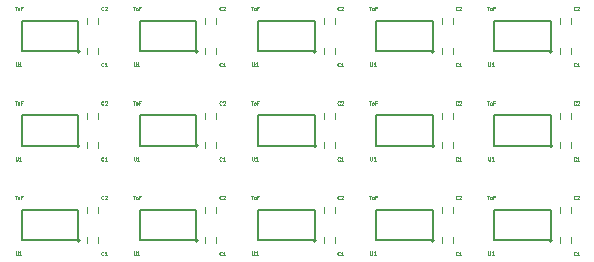
<source format=gbr>
G04 #@! TF.FileFunction,Legend,Top*
%FSLAX46Y46*%
G04 Gerber Fmt 4.6, Leading zero omitted, Abs format (unit mm)*
G04 Created by KiCad (PCBNEW 4.0.7-e2-6376~58~ubuntu16.04.1) date Wed Aug  1 08:34:46 2018*
%MOMM*%
%LPD*%
G01*
G04 APERTURE LIST*
%ADD10C,0.100000*%
%ADD11C,0.075000*%
%ADD12C,0.120000*%
%ADD13C,0.150000*%
G04 APERTURE END LIST*
D10*
D11*
X112450000Y-63760714D02*
X112621429Y-63760714D01*
X112535715Y-64060714D02*
X112535715Y-63760714D01*
X112764286Y-64060714D02*
X112735714Y-64046429D01*
X112721429Y-64032143D01*
X112707143Y-64003571D01*
X112707143Y-63917857D01*
X112721429Y-63889286D01*
X112735714Y-63875000D01*
X112764286Y-63860714D01*
X112807143Y-63860714D01*
X112835714Y-63875000D01*
X112850000Y-63889286D01*
X112864286Y-63917857D01*
X112864286Y-64003571D01*
X112850000Y-64032143D01*
X112835714Y-64046429D01*
X112807143Y-64060714D01*
X112764286Y-64060714D01*
X113092858Y-63903571D02*
X112992858Y-63903571D01*
X112992858Y-64060714D02*
X112992858Y-63760714D01*
X113135715Y-63760714D01*
X102450000Y-63760714D02*
X102621429Y-63760714D01*
X102535715Y-64060714D02*
X102535715Y-63760714D01*
X102764286Y-64060714D02*
X102735714Y-64046429D01*
X102721429Y-64032143D01*
X102707143Y-64003571D01*
X102707143Y-63917857D01*
X102721429Y-63889286D01*
X102735714Y-63875000D01*
X102764286Y-63860714D01*
X102807143Y-63860714D01*
X102835714Y-63875000D01*
X102850000Y-63889286D01*
X102864286Y-63917857D01*
X102864286Y-64003571D01*
X102850000Y-64032143D01*
X102835714Y-64046429D01*
X102807143Y-64060714D01*
X102764286Y-64060714D01*
X103092858Y-63903571D02*
X102992858Y-63903571D01*
X102992858Y-64060714D02*
X102992858Y-63760714D01*
X103135715Y-63760714D01*
X92450000Y-63760714D02*
X92621429Y-63760714D01*
X92535715Y-64060714D02*
X92535715Y-63760714D01*
X92764286Y-64060714D02*
X92735714Y-64046429D01*
X92721429Y-64032143D01*
X92707143Y-64003571D01*
X92707143Y-63917857D01*
X92721429Y-63889286D01*
X92735714Y-63875000D01*
X92764286Y-63860714D01*
X92807143Y-63860714D01*
X92835714Y-63875000D01*
X92850000Y-63889286D01*
X92864286Y-63917857D01*
X92864286Y-64003571D01*
X92850000Y-64032143D01*
X92835714Y-64046429D01*
X92807143Y-64060714D01*
X92764286Y-64060714D01*
X93092858Y-63903571D02*
X92992858Y-63903571D01*
X92992858Y-64060714D02*
X92992858Y-63760714D01*
X93135715Y-63760714D01*
X82450000Y-63760714D02*
X82621429Y-63760714D01*
X82535715Y-64060714D02*
X82535715Y-63760714D01*
X82764286Y-64060714D02*
X82735714Y-64046429D01*
X82721429Y-64032143D01*
X82707143Y-64003571D01*
X82707143Y-63917857D01*
X82721429Y-63889286D01*
X82735714Y-63875000D01*
X82764286Y-63860714D01*
X82807143Y-63860714D01*
X82835714Y-63875000D01*
X82850000Y-63889286D01*
X82864286Y-63917857D01*
X82864286Y-64003571D01*
X82850000Y-64032143D01*
X82835714Y-64046429D01*
X82807143Y-64060714D01*
X82764286Y-64060714D01*
X83092858Y-63903571D02*
X82992858Y-63903571D01*
X82992858Y-64060714D02*
X82992858Y-63760714D01*
X83135715Y-63760714D01*
X72450000Y-63760714D02*
X72621429Y-63760714D01*
X72535715Y-64060714D02*
X72535715Y-63760714D01*
X72764286Y-64060714D02*
X72735714Y-64046429D01*
X72721429Y-64032143D01*
X72707143Y-64003571D01*
X72707143Y-63917857D01*
X72721429Y-63889286D01*
X72735714Y-63875000D01*
X72764286Y-63860714D01*
X72807143Y-63860714D01*
X72835714Y-63875000D01*
X72850000Y-63889286D01*
X72864286Y-63917857D01*
X72864286Y-64003571D01*
X72850000Y-64032143D01*
X72835714Y-64046429D01*
X72807143Y-64060714D01*
X72764286Y-64060714D01*
X73092858Y-63903571D02*
X72992858Y-63903571D01*
X72992858Y-64060714D02*
X72992858Y-63760714D01*
X73135715Y-63760714D01*
X112450000Y-55760714D02*
X112621429Y-55760714D01*
X112535715Y-56060714D02*
X112535715Y-55760714D01*
X112764286Y-56060714D02*
X112735714Y-56046429D01*
X112721429Y-56032143D01*
X112707143Y-56003571D01*
X112707143Y-55917857D01*
X112721429Y-55889286D01*
X112735714Y-55875000D01*
X112764286Y-55860714D01*
X112807143Y-55860714D01*
X112835714Y-55875000D01*
X112850000Y-55889286D01*
X112864286Y-55917857D01*
X112864286Y-56003571D01*
X112850000Y-56032143D01*
X112835714Y-56046429D01*
X112807143Y-56060714D01*
X112764286Y-56060714D01*
X113092858Y-55903571D02*
X112992858Y-55903571D01*
X112992858Y-56060714D02*
X112992858Y-55760714D01*
X113135715Y-55760714D01*
X102450000Y-55760714D02*
X102621429Y-55760714D01*
X102535715Y-56060714D02*
X102535715Y-55760714D01*
X102764286Y-56060714D02*
X102735714Y-56046429D01*
X102721429Y-56032143D01*
X102707143Y-56003571D01*
X102707143Y-55917857D01*
X102721429Y-55889286D01*
X102735714Y-55875000D01*
X102764286Y-55860714D01*
X102807143Y-55860714D01*
X102835714Y-55875000D01*
X102850000Y-55889286D01*
X102864286Y-55917857D01*
X102864286Y-56003571D01*
X102850000Y-56032143D01*
X102835714Y-56046429D01*
X102807143Y-56060714D01*
X102764286Y-56060714D01*
X103092858Y-55903571D02*
X102992858Y-55903571D01*
X102992858Y-56060714D02*
X102992858Y-55760714D01*
X103135715Y-55760714D01*
X92450000Y-55760714D02*
X92621429Y-55760714D01*
X92535715Y-56060714D02*
X92535715Y-55760714D01*
X92764286Y-56060714D02*
X92735714Y-56046429D01*
X92721429Y-56032143D01*
X92707143Y-56003571D01*
X92707143Y-55917857D01*
X92721429Y-55889286D01*
X92735714Y-55875000D01*
X92764286Y-55860714D01*
X92807143Y-55860714D01*
X92835714Y-55875000D01*
X92850000Y-55889286D01*
X92864286Y-55917857D01*
X92864286Y-56003571D01*
X92850000Y-56032143D01*
X92835714Y-56046429D01*
X92807143Y-56060714D01*
X92764286Y-56060714D01*
X93092858Y-55903571D02*
X92992858Y-55903571D01*
X92992858Y-56060714D02*
X92992858Y-55760714D01*
X93135715Y-55760714D01*
X82450000Y-55760714D02*
X82621429Y-55760714D01*
X82535715Y-56060714D02*
X82535715Y-55760714D01*
X82764286Y-56060714D02*
X82735714Y-56046429D01*
X82721429Y-56032143D01*
X82707143Y-56003571D01*
X82707143Y-55917857D01*
X82721429Y-55889286D01*
X82735714Y-55875000D01*
X82764286Y-55860714D01*
X82807143Y-55860714D01*
X82835714Y-55875000D01*
X82850000Y-55889286D01*
X82864286Y-55917857D01*
X82864286Y-56003571D01*
X82850000Y-56032143D01*
X82835714Y-56046429D01*
X82807143Y-56060714D01*
X82764286Y-56060714D01*
X83092858Y-55903571D02*
X82992858Y-55903571D01*
X82992858Y-56060714D02*
X82992858Y-55760714D01*
X83135715Y-55760714D01*
X72450000Y-55760714D02*
X72621429Y-55760714D01*
X72535715Y-56060714D02*
X72535715Y-55760714D01*
X72764286Y-56060714D02*
X72735714Y-56046429D01*
X72721429Y-56032143D01*
X72707143Y-56003571D01*
X72707143Y-55917857D01*
X72721429Y-55889286D01*
X72735714Y-55875000D01*
X72764286Y-55860714D01*
X72807143Y-55860714D01*
X72835714Y-55875000D01*
X72850000Y-55889286D01*
X72864286Y-55917857D01*
X72864286Y-56003571D01*
X72850000Y-56032143D01*
X72835714Y-56046429D01*
X72807143Y-56060714D01*
X72764286Y-56060714D01*
X73092858Y-55903571D02*
X72992858Y-55903571D01*
X72992858Y-56060714D02*
X72992858Y-55760714D01*
X73135715Y-55760714D01*
X112450000Y-47760714D02*
X112621429Y-47760714D01*
X112535715Y-48060714D02*
X112535715Y-47760714D01*
X112764286Y-48060714D02*
X112735714Y-48046429D01*
X112721429Y-48032143D01*
X112707143Y-48003571D01*
X112707143Y-47917857D01*
X112721429Y-47889286D01*
X112735714Y-47875000D01*
X112764286Y-47860714D01*
X112807143Y-47860714D01*
X112835714Y-47875000D01*
X112850000Y-47889286D01*
X112864286Y-47917857D01*
X112864286Y-48003571D01*
X112850000Y-48032143D01*
X112835714Y-48046429D01*
X112807143Y-48060714D01*
X112764286Y-48060714D01*
X113092858Y-47903571D02*
X112992858Y-47903571D01*
X112992858Y-48060714D02*
X112992858Y-47760714D01*
X113135715Y-47760714D01*
X102450000Y-47760714D02*
X102621429Y-47760714D01*
X102535715Y-48060714D02*
X102535715Y-47760714D01*
X102764286Y-48060714D02*
X102735714Y-48046429D01*
X102721429Y-48032143D01*
X102707143Y-48003571D01*
X102707143Y-47917857D01*
X102721429Y-47889286D01*
X102735714Y-47875000D01*
X102764286Y-47860714D01*
X102807143Y-47860714D01*
X102835714Y-47875000D01*
X102850000Y-47889286D01*
X102864286Y-47917857D01*
X102864286Y-48003571D01*
X102850000Y-48032143D01*
X102835714Y-48046429D01*
X102807143Y-48060714D01*
X102764286Y-48060714D01*
X103092858Y-47903571D02*
X102992858Y-47903571D01*
X102992858Y-48060714D02*
X102992858Y-47760714D01*
X103135715Y-47760714D01*
X92450000Y-47760714D02*
X92621429Y-47760714D01*
X92535715Y-48060714D02*
X92535715Y-47760714D01*
X92764286Y-48060714D02*
X92735714Y-48046429D01*
X92721429Y-48032143D01*
X92707143Y-48003571D01*
X92707143Y-47917857D01*
X92721429Y-47889286D01*
X92735714Y-47875000D01*
X92764286Y-47860714D01*
X92807143Y-47860714D01*
X92835714Y-47875000D01*
X92850000Y-47889286D01*
X92864286Y-47917857D01*
X92864286Y-48003571D01*
X92850000Y-48032143D01*
X92835714Y-48046429D01*
X92807143Y-48060714D01*
X92764286Y-48060714D01*
X93092858Y-47903571D02*
X92992858Y-47903571D01*
X92992858Y-48060714D02*
X92992858Y-47760714D01*
X93135715Y-47760714D01*
X82450000Y-47760714D02*
X82621429Y-47760714D01*
X82535715Y-48060714D02*
X82535715Y-47760714D01*
X82764286Y-48060714D02*
X82735714Y-48046429D01*
X82721429Y-48032143D01*
X82707143Y-48003571D01*
X82707143Y-47917857D01*
X82721429Y-47889286D01*
X82735714Y-47875000D01*
X82764286Y-47860714D01*
X82807143Y-47860714D01*
X82835714Y-47875000D01*
X82850000Y-47889286D01*
X82864286Y-47917857D01*
X82864286Y-48003571D01*
X82850000Y-48032143D01*
X82835714Y-48046429D01*
X82807143Y-48060714D01*
X82764286Y-48060714D01*
X83092858Y-47903571D02*
X82992858Y-47903571D01*
X82992858Y-48060714D02*
X82992858Y-47760714D01*
X83135715Y-47760714D01*
X72450000Y-47760714D02*
X72621429Y-47760714D01*
X72535715Y-48060714D02*
X72535715Y-47760714D01*
X72764286Y-48060714D02*
X72735714Y-48046429D01*
X72721429Y-48032143D01*
X72707143Y-48003571D01*
X72707143Y-47917857D01*
X72721429Y-47889286D01*
X72735714Y-47875000D01*
X72764286Y-47860714D01*
X72807143Y-47860714D01*
X72835714Y-47875000D01*
X72850000Y-47889286D01*
X72864286Y-47917857D01*
X72864286Y-48003571D01*
X72850000Y-48032143D01*
X72835714Y-48046429D01*
X72807143Y-48060714D01*
X72764286Y-48060714D01*
X73092858Y-47903571D02*
X72992858Y-47903571D01*
X72992858Y-48060714D02*
X72992858Y-47760714D01*
X73135715Y-47760714D01*
D12*
X119545000Y-65250000D02*
X119545000Y-64750000D01*
X118605000Y-64750000D02*
X118605000Y-65250000D01*
X109545000Y-65250000D02*
X109545000Y-64750000D01*
X108605000Y-64750000D02*
X108605000Y-65250000D01*
X99545000Y-65250000D02*
X99545000Y-64750000D01*
X98605000Y-64750000D02*
X98605000Y-65250000D01*
X89545000Y-65250000D02*
X89545000Y-64750000D01*
X88605000Y-64750000D02*
X88605000Y-65250000D01*
X79545000Y-65250000D02*
X79545000Y-64750000D01*
X78605000Y-64750000D02*
X78605000Y-65250000D01*
X119545000Y-57250000D02*
X119545000Y-56750000D01*
X118605000Y-56750000D02*
X118605000Y-57250000D01*
X109545000Y-57250000D02*
X109545000Y-56750000D01*
X108605000Y-56750000D02*
X108605000Y-57250000D01*
X99545000Y-57250000D02*
X99545000Y-56750000D01*
X98605000Y-56750000D02*
X98605000Y-57250000D01*
X89545000Y-57250000D02*
X89545000Y-56750000D01*
X88605000Y-56750000D02*
X88605000Y-57250000D01*
X79545000Y-57250000D02*
X79545000Y-56750000D01*
X78605000Y-56750000D02*
X78605000Y-57250000D01*
X119545000Y-49250000D02*
X119545000Y-48750000D01*
X118605000Y-48750000D02*
X118605000Y-49250000D01*
X109545000Y-49250000D02*
X109545000Y-48750000D01*
X108605000Y-48750000D02*
X108605000Y-49250000D01*
X99545000Y-49250000D02*
X99545000Y-48750000D01*
X98605000Y-48750000D02*
X98605000Y-49250000D01*
X89545000Y-49250000D02*
X89545000Y-48750000D01*
X88605000Y-48750000D02*
X88605000Y-49250000D01*
D13*
X117977475Y-67550000D02*
G75*
G03X117977475Y-67550000I-127475J0D01*
G01*
X117050000Y-67550000D02*
X113050000Y-67550000D01*
X113050000Y-67550000D02*
X113050000Y-64950000D01*
X113050000Y-64950000D02*
X117850000Y-64950000D01*
X117850000Y-64950000D02*
X117850000Y-67550000D01*
X117850000Y-67550000D02*
X117050000Y-67550000D01*
X107977475Y-67550000D02*
G75*
G03X107977475Y-67550000I-127475J0D01*
G01*
X107050000Y-67550000D02*
X103050000Y-67550000D01*
X103050000Y-67550000D02*
X103050000Y-64950000D01*
X103050000Y-64950000D02*
X107850000Y-64950000D01*
X107850000Y-64950000D02*
X107850000Y-67550000D01*
X107850000Y-67550000D02*
X107050000Y-67550000D01*
X97977475Y-67550000D02*
G75*
G03X97977475Y-67550000I-127475J0D01*
G01*
X97050000Y-67550000D02*
X93050000Y-67550000D01*
X93050000Y-67550000D02*
X93050000Y-64950000D01*
X93050000Y-64950000D02*
X97850000Y-64950000D01*
X97850000Y-64950000D02*
X97850000Y-67550000D01*
X97850000Y-67550000D02*
X97050000Y-67550000D01*
X87977475Y-67550000D02*
G75*
G03X87977475Y-67550000I-127475J0D01*
G01*
X87050000Y-67550000D02*
X83050000Y-67550000D01*
X83050000Y-67550000D02*
X83050000Y-64950000D01*
X83050000Y-64950000D02*
X87850000Y-64950000D01*
X87850000Y-64950000D02*
X87850000Y-67550000D01*
X87850000Y-67550000D02*
X87050000Y-67550000D01*
X77977475Y-67550000D02*
G75*
G03X77977475Y-67550000I-127475J0D01*
G01*
X77050000Y-67550000D02*
X73050000Y-67550000D01*
X73050000Y-67550000D02*
X73050000Y-64950000D01*
X73050000Y-64950000D02*
X77850000Y-64950000D01*
X77850000Y-64950000D02*
X77850000Y-67550000D01*
X77850000Y-67550000D02*
X77050000Y-67550000D01*
X117977475Y-59550000D02*
G75*
G03X117977475Y-59550000I-127475J0D01*
G01*
X117050000Y-59550000D02*
X113050000Y-59550000D01*
X113050000Y-59550000D02*
X113050000Y-56950000D01*
X113050000Y-56950000D02*
X117850000Y-56950000D01*
X117850000Y-56950000D02*
X117850000Y-59550000D01*
X117850000Y-59550000D02*
X117050000Y-59550000D01*
X107977475Y-59550000D02*
G75*
G03X107977475Y-59550000I-127475J0D01*
G01*
X107050000Y-59550000D02*
X103050000Y-59550000D01*
X103050000Y-59550000D02*
X103050000Y-56950000D01*
X103050000Y-56950000D02*
X107850000Y-56950000D01*
X107850000Y-56950000D02*
X107850000Y-59550000D01*
X107850000Y-59550000D02*
X107050000Y-59550000D01*
X97977475Y-59550000D02*
G75*
G03X97977475Y-59550000I-127475J0D01*
G01*
X97050000Y-59550000D02*
X93050000Y-59550000D01*
X93050000Y-59550000D02*
X93050000Y-56950000D01*
X93050000Y-56950000D02*
X97850000Y-56950000D01*
X97850000Y-56950000D02*
X97850000Y-59550000D01*
X97850000Y-59550000D02*
X97050000Y-59550000D01*
X87977475Y-59550000D02*
G75*
G03X87977475Y-59550000I-127475J0D01*
G01*
X87050000Y-59550000D02*
X83050000Y-59550000D01*
X83050000Y-59550000D02*
X83050000Y-56950000D01*
X83050000Y-56950000D02*
X87850000Y-56950000D01*
X87850000Y-56950000D02*
X87850000Y-59550000D01*
X87850000Y-59550000D02*
X87050000Y-59550000D01*
X77977475Y-59550000D02*
G75*
G03X77977475Y-59550000I-127475J0D01*
G01*
X77050000Y-59550000D02*
X73050000Y-59550000D01*
X73050000Y-59550000D02*
X73050000Y-56950000D01*
X73050000Y-56950000D02*
X77850000Y-56950000D01*
X77850000Y-56950000D02*
X77850000Y-59550000D01*
X77850000Y-59550000D02*
X77050000Y-59550000D01*
X117977475Y-51550000D02*
G75*
G03X117977475Y-51550000I-127475J0D01*
G01*
X117050000Y-51550000D02*
X113050000Y-51550000D01*
X113050000Y-51550000D02*
X113050000Y-48950000D01*
X113050000Y-48950000D02*
X117850000Y-48950000D01*
X117850000Y-48950000D02*
X117850000Y-51550000D01*
X117850000Y-51550000D02*
X117050000Y-51550000D01*
X107977475Y-51550000D02*
G75*
G03X107977475Y-51550000I-127475J0D01*
G01*
X107050000Y-51550000D02*
X103050000Y-51550000D01*
X103050000Y-51550000D02*
X103050000Y-48950000D01*
X103050000Y-48950000D02*
X107850000Y-48950000D01*
X107850000Y-48950000D02*
X107850000Y-51550000D01*
X107850000Y-51550000D02*
X107050000Y-51550000D01*
X97977475Y-51550000D02*
G75*
G03X97977475Y-51550000I-127475J0D01*
G01*
X97050000Y-51550000D02*
X93050000Y-51550000D01*
X93050000Y-51550000D02*
X93050000Y-48950000D01*
X93050000Y-48950000D02*
X97850000Y-48950000D01*
X97850000Y-48950000D02*
X97850000Y-51550000D01*
X97850000Y-51550000D02*
X97050000Y-51550000D01*
X87977475Y-51550000D02*
G75*
G03X87977475Y-51550000I-127475J0D01*
G01*
X87050000Y-51550000D02*
X83050000Y-51550000D01*
X83050000Y-51550000D02*
X83050000Y-48950000D01*
X83050000Y-48950000D02*
X87850000Y-48950000D01*
X87850000Y-48950000D02*
X87850000Y-51550000D01*
X87850000Y-51550000D02*
X87050000Y-51550000D01*
D12*
X118605000Y-67250000D02*
X118605000Y-67750000D01*
X119545000Y-67750000D02*
X119545000Y-67250000D01*
X108605000Y-67250000D02*
X108605000Y-67750000D01*
X109545000Y-67750000D02*
X109545000Y-67250000D01*
X98605000Y-67250000D02*
X98605000Y-67750000D01*
X99545000Y-67750000D02*
X99545000Y-67250000D01*
X88605000Y-67250000D02*
X88605000Y-67750000D01*
X89545000Y-67750000D02*
X89545000Y-67250000D01*
X78605000Y-67250000D02*
X78605000Y-67750000D01*
X79545000Y-67750000D02*
X79545000Y-67250000D01*
X118605000Y-59250000D02*
X118605000Y-59750000D01*
X119545000Y-59750000D02*
X119545000Y-59250000D01*
X108605000Y-59250000D02*
X108605000Y-59750000D01*
X109545000Y-59750000D02*
X109545000Y-59250000D01*
X98605000Y-59250000D02*
X98605000Y-59750000D01*
X99545000Y-59750000D02*
X99545000Y-59250000D01*
X88605000Y-59250000D02*
X88605000Y-59750000D01*
X89545000Y-59750000D02*
X89545000Y-59250000D01*
X78605000Y-59250000D02*
X78605000Y-59750000D01*
X79545000Y-59750000D02*
X79545000Y-59250000D01*
X118605000Y-51250000D02*
X118605000Y-51750000D01*
X119545000Y-51750000D02*
X119545000Y-51250000D01*
X108605000Y-51250000D02*
X108605000Y-51750000D01*
X109545000Y-51750000D02*
X109545000Y-51250000D01*
X98605000Y-51250000D02*
X98605000Y-51750000D01*
X99545000Y-51750000D02*
X99545000Y-51250000D01*
X88605000Y-51250000D02*
X88605000Y-51750000D01*
X89545000Y-51750000D02*
X89545000Y-51250000D01*
D13*
X77977475Y-51550000D02*
G75*
G03X77977475Y-51550000I-127475J0D01*
G01*
X77050000Y-51550000D02*
X73050000Y-51550000D01*
X73050000Y-51550000D02*
X73050000Y-48950000D01*
X73050000Y-48950000D02*
X77850000Y-48950000D01*
X77850000Y-48950000D02*
X77850000Y-51550000D01*
X77850000Y-51550000D02*
X77050000Y-51550000D01*
D12*
X78605000Y-51250000D02*
X78605000Y-51750000D01*
X79545000Y-51750000D02*
X79545000Y-51250000D01*
X79545000Y-49250000D02*
X79545000Y-48750000D01*
X78605000Y-48750000D02*
X78605000Y-49250000D01*
D11*
X119975000Y-64032143D02*
X119960714Y-64046429D01*
X119917857Y-64060714D01*
X119889286Y-64060714D01*
X119846429Y-64046429D01*
X119817857Y-64017857D01*
X119803572Y-63989286D01*
X119789286Y-63932143D01*
X119789286Y-63889286D01*
X119803572Y-63832143D01*
X119817857Y-63803571D01*
X119846429Y-63775000D01*
X119889286Y-63760714D01*
X119917857Y-63760714D01*
X119960714Y-63775000D01*
X119975000Y-63789286D01*
X120089286Y-63789286D02*
X120103572Y-63775000D01*
X120132143Y-63760714D01*
X120203572Y-63760714D01*
X120232143Y-63775000D01*
X120246429Y-63789286D01*
X120260714Y-63817857D01*
X120260714Y-63846429D01*
X120246429Y-63889286D01*
X120075000Y-64060714D01*
X120260714Y-64060714D01*
X109975000Y-64032143D02*
X109960714Y-64046429D01*
X109917857Y-64060714D01*
X109889286Y-64060714D01*
X109846429Y-64046429D01*
X109817857Y-64017857D01*
X109803572Y-63989286D01*
X109789286Y-63932143D01*
X109789286Y-63889286D01*
X109803572Y-63832143D01*
X109817857Y-63803571D01*
X109846429Y-63775000D01*
X109889286Y-63760714D01*
X109917857Y-63760714D01*
X109960714Y-63775000D01*
X109975000Y-63789286D01*
X110089286Y-63789286D02*
X110103572Y-63775000D01*
X110132143Y-63760714D01*
X110203572Y-63760714D01*
X110232143Y-63775000D01*
X110246429Y-63789286D01*
X110260714Y-63817857D01*
X110260714Y-63846429D01*
X110246429Y-63889286D01*
X110075000Y-64060714D01*
X110260714Y-64060714D01*
X99975000Y-64032143D02*
X99960714Y-64046429D01*
X99917857Y-64060714D01*
X99889286Y-64060714D01*
X99846429Y-64046429D01*
X99817857Y-64017857D01*
X99803572Y-63989286D01*
X99789286Y-63932143D01*
X99789286Y-63889286D01*
X99803572Y-63832143D01*
X99817857Y-63803571D01*
X99846429Y-63775000D01*
X99889286Y-63760714D01*
X99917857Y-63760714D01*
X99960714Y-63775000D01*
X99975000Y-63789286D01*
X100089286Y-63789286D02*
X100103572Y-63775000D01*
X100132143Y-63760714D01*
X100203572Y-63760714D01*
X100232143Y-63775000D01*
X100246429Y-63789286D01*
X100260714Y-63817857D01*
X100260714Y-63846429D01*
X100246429Y-63889286D01*
X100075000Y-64060714D01*
X100260714Y-64060714D01*
X89975000Y-64032143D02*
X89960714Y-64046429D01*
X89917857Y-64060714D01*
X89889286Y-64060714D01*
X89846429Y-64046429D01*
X89817857Y-64017857D01*
X89803572Y-63989286D01*
X89789286Y-63932143D01*
X89789286Y-63889286D01*
X89803572Y-63832143D01*
X89817857Y-63803571D01*
X89846429Y-63775000D01*
X89889286Y-63760714D01*
X89917857Y-63760714D01*
X89960714Y-63775000D01*
X89975000Y-63789286D01*
X90089286Y-63789286D02*
X90103572Y-63775000D01*
X90132143Y-63760714D01*
X90203572Y-63760714D01*
X90232143Y-63775000D01*
X90246429Y-63789286D01*
X90260714Y-63817857D01*
X90260714Y-63846429D01*
X90246429Y-63889286D01*
X90075000Y-64060714D01*
X90260714Y-64060714D01*
X79975000Y-64032143D02*
X79960714Y-64046429D01*
X79917857Y-64060714D01*
X79889286Y-64060714D01*
X79846429Y-64046429D01*
X79817857Y-64017857D01*
X79803572Y-63989286D01*
X79789286Y-63932143D01*
X79789286Y-63889286D01*
X79803572Y-63832143D01*
X79817857Y-63803571D01*
X79846429Y-63775000D01*
X79889286Y-63760714D01*
X79917857Y-63760714D01*
X79960714Y-63775000D01*
X79975000Y-63789286D01*
X80089286Y-63789286D02*
X80103572Y-63775000D01*
X80132143Y-63760714D01*
X80203572Y-63760714D01*
X80232143Y-63775000D01*
X80246429Y-63789286D01*
X80260714Y-63817857D01*
X80260714Y-63846429D01*
X80246429Y-63889286D01*
X80075000Y-64060714D01*
X80260714Y-64060714D01*
X119975000Y-56032143D02*
X119960714Y-56046429D01*
X119917857Y-56060714D01*
X119889286Y-56060714D01*
X119846429Y-56046429D01*
X119817857Y-56017857D01*
X119803572Y-55989286D01*
X119789286Y-55932143D01*
X119789286Y-55889286D01*
X119803572Y-55832143D01*
X119817857Y-55803571D01*
X119846429Y-55775000D01*
X119889286Y-55760714D01*
X119917857Y-55760714D01*
X119960714Y-55775000D01*
X119975000Y-55789286D01*
X120089286Y-55789286D02*
X120103572Y-55775000D01*
X120132143Y-55760714D01*
X120203572Y-55760714D01*
X120232143Y-55775000D01*
X120246429Y-55789286D01*
X120260714Y-55817857D01*
X120260714Y-55846429D01*
X120246429Y-55889286D01*
X120075000Y-56060714D01*
X120260714Y-56060714D01*
X109975000Y-56032143D02*
X109960714Y-56046429D01*
X109917857Y-56060714D01*
X109889286Y-56060714D01*
X109846429Y-56046429D01*
X109817857Y-56017857D01*
X109803572Y-55989286D01*
X109789286Y-55932143D01*
X109789286Y-55889286D01*
X109803572Y-55832143D01*
X109817857Y-55803571D01*
X109846429Y-55775000D01*
X109889286Y-55760714D01*
X109917857Y-55760714D01*
X109960714Y-55775000D01*
X109975000Y-55789286D01*
X110089286Y-55789286D02*
X110103572Y-55775000D01*
X110132143Y-55760714D01*
X110203572Y-55760714D01*
X110232143Y-55775000D01*
X110246429Y-55789286D01*
X110260714Y-55817857D01*
X110260714Y-55846429D01*
X110246429Y-55889286D01*
X110075000Y-56060714D01*
X110260714Y-56060714D01*
X99975000Y-56032143D02*
X99960714Y-56046429D01*
X99917857Y-56060714D01*
X99889286Y-56060714D01*
X99846429Y-56046429D01*
X99817857Y-56017857D01*
X99803572Y-55989286D01*
X99789286Y-55932143D01*
X99789286Y-55889286D01*
X99803572Y-55832143D01*
X99817857Y-55803571D01*
X99846429Y-55775000D01*
X99889286Y-55760714D01*
X99917857Y-55760714D01*
X99960714Y-55775000D01*
X99975000Y-55789286D01*
X100089286Y-55789286D02*
X100103572Y-55775000D01*
X100132143Y-55760714D01*
X100203572Y-55760714D01*
X100232143Y-55775000D01*
X100246429Y-55789286D01*
X100260714Y-55817857D01*
X100260714Y-55846429D01*
X100246429Y-55889286D01*
X100075000Y-56060714D01*
X100260714Y-56060714D01*
X89975000Y-56032143D02*
X89960714Y-56046429D01*
X89917857Y-56060714D01*
X89889286Y-56060714D01*
X89846429Y-56046429D01*
X89817857Y-56017857D01*
X89803572Y-55989286D01*
X89789286Y-55932143D01*
X89789286Y-55889286D01*
X89803572Y-55832143D01*
X89817857Y-55803571D01*
X89846429Y-55775000D01*
X89889286Y-55760714D01*
X89917857Y-55760714D01*
X89960714Y-55775000D01*
X89975000Y-55789286D01*
X90089286Y-55789286D02*
X90103572Y-55775000D01*
X90132143Y-55760714D01*
X90203572Y-55760714D01*
X90232143Y-55775000D01*
X90246429Y-55789286D01*
X90260714Y-55817857D01*
X90260714Y-55846429D01*
X90246429Y-55889286D01*
X90075000Y-56060714D01*
X90260714Y-56060714D01*
X79975000Y-56032143D02*
X79960714Y-56046429D01*
X79917857Y-56060714D01*
X79889286Y-56060714D01*
X79846429Y-56046429D01*
X79817857Y-56017857D01*
X79803572Y-55989286D01*
X79789286Y-55932143D01*
X79789286Y-55889286D01*
X79803572Y-55832143D01*
X79817857Y-55803571D01*
X79846429Y-55775000D01*
X79889286Y-55760714D01*
X79917857Y-55760714D01*
X79960714Y-55775000D01*
X79975000Y-55789286D01*
X80089286Y-55789286D02*
X80103572Y-55775000D01*
X80132143Y-55760714D01*
X80203572Y-55760714D01*
X80232143Y-55775000D01*
X80246429Y-55789286D01*
X80260714Y-55817857D01*
X80260714Y-55846429D01*
X80246429Y-55889286D01*
X80075000Y-56060714D01*
X80260714Y-56060714D01*
X119975000Y-48032143D02*
X119960714Y-48046429D01*
X119917857Y-48060714D01*
X119889286Y-48060714D01*
X119846429Y-48046429D01*
X119817857Y-48017857D01*
X119803572Y-47989286D01*
X119789286Y-47932143D01*
X119789286Y-47889286D01*
X119803572Y-47832143D01*
X119817857Y-47803571D01*
X119846429Y-47775000D01*
X119889286Y-47760714D01*
X119917857Y-47760714D01*
X119960714Y-47775000D01*
X119975000Y-47789286D01*
X120089286Y-47789286D02*
X120103572Y-47775000D01*
X120132143Y-47760714D01*
X120203572Y-47760714D01*
X120232143Y-47775000D01*
X120246429Y-47789286D01*
X120260714Y-47817857D01*
X120260714Y-47846429D01*
X120246429Y-47889286D01*
X120075000Y-48060714D01*
X120260714Y-48060714D01*
X109975000Y-48032143D02*
X109960714Y-48046429D01*
X109917857Y-48060714D01*
X109889286Y-48060714D01*
X109846429Y-48046429D01*
X109817857Y-48017857D01*
X109803572Y-47989286D01*
X109789286Y-47932143D01*
X109789286Y-47889286D01*
X109803572Y-47832143D01*
X109817857Y-47803571D01*
X109846429Y-47775000D01*
X109889286Y-47760714D01*
X109917857Y-47760714D01*
X109960714Y-47775000D01*
X109975000Y-47789286D01*
X110089286Y-47789286D02*
X110103572Y-47775000D01*
X110132143Y-47760714D01*
X110203572Y-47760714D01*
X110232143Y-47775000D01*
X110246429Y-47789286D01*
X110260714Y-47817857D01*
X110260714Y-47846429D01*
X110246429Y-47889286D01*
X110075000Y-48060714D01*
X110260714Y-48060714D01*
X99975000Y-48032143D02*
X99960714Y-48046429D01*
X99917857Y-48060714D01*
X99889286Y-48060714D01*
X99846429Y-48046429D01*
X99817857Y-48017857D01*
X99803572Y-47989286D01*
X99789286Y-47932143D01*
X99789286Y-47889286D01*
X99803572Y-47832143D01*
X99817857Y-47803571D01*
X99846429Y-47775000D01*
X99889286Y-47760714D01*
X99917857Y-47760714D01*
X99960714Y-47775000D01*
X99975000Y-47789286D01*
X100089286Y-47789286D02*
X100103572Y-47775000D01*
X100132143Y-47760714D01*
X100203572Y-47760714D01*
X100232143Y-47775000D01*
X100246429Y-47789286D01*
X100260714Y-47817857D01*
X100260714Y-47846429D01*
X100246429Y-47889286D01*
X100075000Y-48060714D01*
X100260714Y-48060714D01*
X89975000Y-48032143D02*
X89960714Y-48046429D01*
X89917857Y-48060714D01*
X89889286Y-48060714D01*
X89846429Y-48046429D01*
X89817857Y-48017857D01*
X89803572Y-47989286D01*
X89789286Y-47932143D01*
X89789286Y-47889286D01*
X89803572Y-47832143D01*
X89817857Y-47803571D01*
X89846429Y-47775000D01*
X89889286Y-47760714D01*
X89917857Y-47760714D01*
X89960714Y-47775000D01*
X89975000Y-47789286D01*
X90089286Y-47789286D02*
X90103572Y-47775000D01*
X90132143Y-47760714D01*
X90203572Y-47760714D01*
X90232143Y-47775000D01*
X90246429Y-47789286D01*
X90260714Y-47817857D01*
X90260714Y-47846429D01*
X90246429Y-47889286D01*
X90075000Y-48060714D01*
X90260714Y-48060714D01*
X112546429Y-68485714D02*
X112546429Y-68728571D01*
X112560714Y-68757143D01*
X112575000Y-68771429D01*
X112603571Y-68785714D01*
X112660714Y-68785714D01*
X112689286Y-68771429D01*
X112703571Y-68757143D01*
X112717857Y-68728571D01*
X112717857Y-68485714D01*
X113017857Y-68785714D02*
X112846429Y-68785714D01*
X112932143Y-68785714D02*
X112932143Y-68485714D01*
X112903572Y-68528571D01*
X112875000Y-68557143D01*
X112846429Y-68571429D01*
X102546429Y-68485714D02*
X102546429Y-68728571D01*
X102560714Y-68757143D01*
X102575000Y-68771429D01*
X102603571Y-68785714D01*
X102660714Y-68785714D01*
X102689286Y-68771429D01*
X102703571Y-68757143D01*
X102717857Y-68728571D01*
X102717857Y-68485714D01*
X103017857Y-68785714D02*
X102846429Y-68785714D01*
X102932143Y-68785714D02*
X102932143Y-68485714D01*
X102903572Y-68528571D01*
X102875000Y-68557143D01*
X102846429Y-68571429D01*
X92546429Y-68485714D02*
X92546429Y-68728571D01*
X92560714Y-68757143D01*
X92575000Y-68771429D01*
X92603571Y-68785714D01*
X92660714Y-68785714D01*
X92689286Y-68771429D01*
X92703571Y-68757143D01*
X92717857Y-68728571D01*
X92717857Y-68485714D01*
X93017857Y-68785714D02*
X92846429Y-68785714D01*
X92932143Y-68785714D02*
X92932143Y-68485714D01*
X92903572Y-68528571D01*
X92875000Y-68557143D01*
X92846429Y-68571429D01*
X82546429Y-68485714D02*
X82546429Y-68728571D01*
X82560714Y-68757143D01*
X82575000Y-68771429D01*
X82603571Y-68785714D01*
X82660714Y-68785714D01*
X82689286Y-68771429D01*
X82703571Y-68757143D01*
X82717857Y-68728571D01*
X82717857Y-68485714D01*
X83017857Y-68785714D02*
X82846429Y-68785714D01*
X82932143Y-68785714D02*
X82932143Y-68485714D01*
X82903572Y-68528571D01*
X82875000Y-68557143D01*
X82846429Y-68571429D01*
X72546429Y-68485714D02*
X72546429Y-68728571D01*
X72560714Y-68757143D01*
X72575000Y-68771429D01*
X72603571Y-68785714D01*
X72660714Y-68785714D01*
X72689286Y-68771429D01*
X72703571Y-68757143D01*
X72717857Y-68728571D01*
X72717857Y-68485714D01*
X73017857Y-68785714D02*
X72846429Y-68785714D01*
X72932143Y-68785714D02*
X72932143Y-68485714D01*
X72903572Y-68528571D01*
X72875000Y-68557143D01*
X72846429Y-68571429D01*
X112546429Y-60485714D02*
X112546429Y-60728571D01*
X112560714Y-60757143D01*
X112575000Y-60771429D01*
X112603571Y-60785714D01*
X112660714Y-60785714D01*
X112689286Y-60771429D01*
X112703571Y-60757143D01*
X112717857Y-60728571D01*
X112717857Y-60485714D01*
X113017857Y-60785714D02*
X112846429Y-60785714D01*
X112932143Y-60785714D02*
X112932143Y-60485714D01*
X112903572Y-60528571D01*
X112875000Y-60557143D01*
X112846429Y-60571429D01*
X102546429Y-60485714D02*
X102546429Y-60728571D01*
X102560714Y-60757143D01*
X102575000Y-60771429D01*
X102603571Y-60785714D01*
X102660714Y-60785714D01*
X102689286Y-60771429D01*
X102703571Y-60757143D01*
X102717857Y-60728571D01*
X102717857Y-60485714D01*
X103017857Y-60785714D02*
X102846429Y-60785714D01*
X102932143Y-60785714D02*
X102932143Y-60485714D01*
X102903572Y-60528571D01*
X102875000Y-60557143D01*
X102846429Y-60571429D01*
X92546429Y-60485714D02*
X92546429Y-60728571D01*
X92560714Y-60757143D01*
X92575000Y-60771429D01*
X92603571Y-60785714D01*
X92660714Y-60785714D01*
X92689286Y-60771429D01*
X92703571Y-60757143D01*
X92717857Y-60728571D01*
X92717857Y-60485714D01*
X93017857Y-60785714D02*
X92846429Y-60785714D01*
X92932143Y-60785714D02*
X92932143Y-60485714D01*
X92903572Y-60528571D01*
X92875000Y-60557143D01*
X92846429Y-60571429D01*
X82546429Y-60485714D02*
X82546429Y-60728571D01*
X82560714Y-60757143D01*
X82575000Y-60771429D01*
X82603571Y-60785714D01*
X82660714Y-60785714D01*
X82689286Y-60771429D01*
X82703571Y-60757143D01*
X82717857Y-60728571D01*
X82717857Y-60485714D01*
X83017857Y-60785714D02*
X82846429Y-60785714D01*
X82932143Y-60785714D02*
X82932143Y-60485714D01*
X82903572Y-60528571D01*
X82875000Y-60557143D01*
X82846429Y-60571429D01*
X72546429Y-60485714D02*
X72546429Y-60728571D01*
X72560714Y-60757143D01*
X72575000Y-60771429D01*
X72603571Y-60785714D01*
X72660714Y-60785714D01*
X72689286Y-60771429D01*
X72703571Y-60757143D01*
X72717857Y-60728571D01*
X72717857Y-60485714D01*
X73017857Y-60785714D02*
X72846429Y-60785714D01*
X72932143Y-60785714D02*
X72932143Y-60485714D01*
X72903572Y-60528571D01*
X72875000Y-60557143D01*
X72846429Y-60571429D01*
X112546429Y-52485714D02*
X112546429Y-52728571D01*
X112560714Y-52757143D01*
X112575000Y-52771429D01*
X112603571Y-52785714D01*
X112660714Y-52785714D01*
X112689286Y-52771429D01*
X112703571Y-52757143D01*
X112717857Y-52728571D01*
X112717857Y-52485714D01*
X113017857Y-52785714D02*
X112846429Y-52785714D01*
X112932143Y-52785714D02*
X112932143Y-52485714D01*
X112903572Y-52528571D01*
X112875000Y-52557143D01*
X112846429Y-52571429D01*
X102546429Y-52485714D02*
X102546429Y-52728571D01*
X102560714Y-52757143D01*
X102575000Y-52771429D01*
X102603571Y-52785714D01*
X102660714Y-52785714D01*
X102689286Y-52771429D01*
X102703571Y-52757143D01*
X102717857Y-52728571D01*
X102717857Y-52485714D01*
X103017857Y-52785714D02*
X102846429Y-52785714D01*
X102932143Y-52785714D02*
X102932143Y-52485714D01*
X102903572Y-52528571D01*
X102875000Y-52557143D01*
X102846429Y-52571429D01*
X92546429Y-52485714D02*
X92546429Y-52728571D01*
X92560714Y-52757143D01*
X92575000Y-52771429D01*
X92603571Y-52785714D01*
X92660714Y-52785714D01*
X92689286Y-52771429D01*
X92703571Y-52757143D01*
X92717857Y-52728571D01*
X92717857Y-52485714D01*
X93017857Y-52785714D02*
X92846429Y-52785714D01*
X92932143Y-52785714D02*
X92932143Y-52485714D01*
X92903572Y-52528571D01*
X92875000Y-52557143D01*
X92846429Y-52571429D01*
X82546429Y-52485714D02*
X82546429Y-52728571D01*
X82560714Y-52757143D01*
X82575000Y-52771429D01*
X82603571Y-52785714D01*
X82660714Y-52785714D01*
X82689286Y-52771429D01*
X82703571Y-52757143D01*
X82717857Y-52728571D01*
X82717857Y-52485714D01*
X83017857Y-52785714D02*
X82846429Y-52785714D01*
X82932143Y-52785714D02*
X82932143Y-52485714D01*
X82903572Y-52528571D01*
X82875000Y-52557143D01*
X82846429Y-52571429D01*
X119975000Y-68782143D02*
X119960714Y-68796429D01*
X119917857Y-68810714D01*
X119889286Y-68810714D01*
X119846429Y-68796429D01*
X119817857Y-68767857D01*
X119803572Y-68739286D01*
X119789286Y-68682143D01*
X119789286Y-68639286D01*
X119803572Y-68582143D01*
X119817857Y-68553571D01*
X119846429Y-68525000D01*
X119889286Y-68510714D01*
X119917857Y-68510714D01*
X119960714Y-68525000D01*
X119975000Y-68539286D01*
X120260714Y-68810714D02*
X120089286Y-68810714D01*
X120175000Y-68810714D02*
X120175000Y-68510714D01*
X120146429Y-68553571D01*
X120117857Y-68582143D01*
X120089286Y-68596429D01*
X109975000Y-68782143D02*
X109960714Y-68796429D01*
X109917857Y-68810714D01*
X109889286Y-68810714D01*
X109846429Y-68796429D01*
X109817857Y-68767857D01*
X109803572Y-68739286D01*
X109789286Y-68682143D01*
X109789286Y-68639286D01*
X109803572Y-68582143D01*
X109817857Y-68553571D01*
X109846429Y-68525000D01*
X109889286Y-68510714D01*
X109917857Y-68510714D01*
X109960714Y-68525000D01*
X109975000Y-68539286D01*
X110260714Y-68810714D02*
X110089286Y-68810714D01*
X110175000Y-68810714D02*
X110175000Y-68510714D01*
X110146429Y-68553571D01*
X110117857Y-68582143D01*
X110089286Y-68596429D01*
X99975000Y-68782143D02*
X99960714Y-68796429D01*
X99917857Y-68810714D01*
X99889286Y-68810714D01*
X99846429Y-68796429D01*
X99817857Y-68767857D01*
X99803572Y-68739286D01*
X99789286Y-68682143D01*
X99789286Y-68639286D01*
X99803572Y-68582143D01*
X99817857Y-68553571D01*
X99846429Y-68525000D01*
X99889286Y-68510714D01*
X99917857Y-68510714D01*
X99960714Y-68525000D01*
X99975000Y-68539286D01*
X100260714Y-68810714D02*
X100089286Y-68810714D01*
X100175000Y-68810714D02*
X100175000Y-68510714D01*
X100146429Y-68553571D01*
X100117857Y-68582143D01*
X100089286Y-68596429D01*
X89975000Y-68782143D02*
X89960714Y-68796429D01*
X89917857Y-68810714D01*
X89889286Y-68810714D01*
X89846429Y-68796429D01*
X89817857Y-68767857D01*
X89803572Y-68739286D01*
X89789286Y-68682143D01*
X89789286Y-68639286D01*
X89803572Y-68582143D01*
X89817857Y-68553571D01*
X89846429Y-68525000D01*
X89889286Y-68510714D01*
X89917857Y-68510714D01*
X89960714Y-68525000D01*
X89975000Y-68539286D01*
X90260714Y-68810714D02*
X90089286Y-68810714D01*
X90175000Y-68810714D02*
X90175000Y-68510714D01*
X90146429Y-68553571D01*
X90117857Y-68582143D01*
X90089286Y-68596429D01*
X79975000Y-68782143D02*
X79960714Y-68796429D01*
X79917857Y-68810714D01*
X79889286Y-68810714D01*
X79846429Y-68796429D01*
X79817857Y-68767857D01*
X79803572Y-68739286D01*
X79789286Y-68682143D01*
X79789286Y-68639286D01*
X79803572Y-68582143D01*
X79817857Y-68553571D01*
X79846429Y-68525000D01*
X79889286Y-68510714D01*
X79917857Y-68510714D01*
X79960714Y-68525000D01*
X79975000Y-68539286D01*
X80260714Y-68810714D02*
X80089286Y-68810714D01*
X80175000Y-68810714D02*
X80175000Y-68510714D01*
X80146429Y-68553571D01*
X80117857Y-68582143D01*
X80089286Y-68596429D01*
X119975000Y-60782143D02*
X119960714Y-60796429D01*
X119917857Y-60810714D01*
X119889286Y-60810714D01*
X119846429Y-60796429D01*
X119817857Y-60767857D01*
X119803572Y-60739286D01*
X119789286Y-60682143D01*
X119789286Y-60639286D01*
X119803572Y-60582143D01*
X119817857Y-60553571D01*
X119846429Y-60525000D01*
X119889286Y-60510714D01*
X119917857Y-60510714D01*
X119960714Y-60525000D01*
X119975000Y-60539286D01*
X120260714Y-60810714D02*
X120089286Y-60810714D01*
X120175000Y-60810714D02*
X120175000Y-60510714D01*
X120146429Y-60553571D01*
X120117857Y-60582143D01*
X120089286Y-60596429D01*
X109975000Y-60782143D02*
X109960714Y-60796429D01*
X109917857Y-60810714D01*
X109889286Y-60810714D01*
X109846429Y-60796429D01*
X109817857Y-60767857D01*
X109803572Y-60739286D01*
X109789286Y-60682143D01*
X109789286Y-60639286D01*
X109803572Y-60582143D01*
X109817857Y-60553571D01*
X109846429Y-60525000D01*
X109889286Y-60510714D01*
X109917857Y-60510714D01*
X109960714Y-60525000D01*
X109975000Y-60539286D01*
X110260714Y-60810714D02*
X110089286Y-60810714D01*
X110175000Y-60810714D02*
X110175000Y-60510714D01*
X110146429Y-60553571D01*
X110117857Y-60582143D01*
X110089286Y-60596429D01*
X99975000Y-60782143D02*
X99960714Y-60796429D01*
X99917857Y-60810714D01*
X99889286Y-60810714D01*
X99846429Y-60796429D01*
X99817857Y-60767857D01*
X99803572Y-60739286D01*
X99789286Y-60682143D01*
X99789286Y-60639286D01*
X99803572Y-60582143D01*
X99817857Y-60553571D01*
X99846429Y-60525000D01*
X99889286Y-60510714D01*
X99917857Y-60510714D01*
X99960714Y-60525000D01*
X99975000Y-60539286D01*
X100260714Y-60810714D02*
X100089286Y-60810714D01*
X100175000Y-60810714D02*
X100175000Y-60510714D01*
X100146429Y-60553571D01*
X100117857Y-60582143D01*
X100089286Y-60596429D01*
X89975000Y-60782143D02*
X89960714Y-60796429D01*
X89917857Y-60810714D01*
X89889286Y-60810714D01*
X89846429Y-60796429D01*
X89817857Y-60767857D01*
X89803572Y-60739286D01*
X89789286Y-60682143D01*
X89789286Y-60639286D01*
X89803572Y-60582143D01*
X89817857Y-60553571D01*
X89846429Y-60525000D01*
X89889286Y-60510714D01*
X89917857Y-60510714D01*
X89960714Y-60525000D01*
X89975000Y-60539286D01*
X90260714Y-60810714D02*
X90089286Y-60810714D01*
X90175000Y-60810714D02*
X90175000Y-60510714D01*
X90146429Y-60553571D01*
X90117857Y-60582143D01*
X90089286Y-60596429D01*
X79975000Y-60782143D02*
X79960714Y-60796429D01*
X79917857Y-60810714D01*
X79889286Y-60810714D01*
X79846429Y-60796429D01*
X79817857Y-60767857D01*
X79803572Y-60739286D01*
X79789286Y-60682143D01*
X79789286Y-60639286D01*
X79803572Y-60582143D01*
X79817857Y-60553571D01*
X79846429Y-60525000D01*
X79889286Y-60510714D01*
X79917857Y-60510714D01*
X79960714Y-60525000D01*
X79975000Y-60539286D01*
X80260714Y-60810714D02*
X80089286Y-60810714D01*
X80175000Y-60810714D02*
X80175000Y-60510714D01*
X80146429Y-60553571D01*
X80117857Y-60582143D01*
X80089286Y-60596429D01*
X119975000Y-52782143D02*
X119960714Y-52796429D01*
X119917857Y-52810714D01*
X119889286Y-52810714D01*
X119846429Y-52796429D01*
X119817857Y-52767857D01*
X119803572Y-52739286D01*
X119789286Y-52682143D01*
X119789286Y-52639286D01*
X119803572Y-52582143D01*
X119817857Y-52553571D01*
X119846429Y-52525000D01*
X119889286Y-52510714D01*
X119917857Y-52510714D01*
X119960714Y-52525000D01*
X119975000Y-52539286D01*
X120260714Y-52810714D02*
X120089286Y-52810714D01*
X120175000Y-52810714D02*
X120175000Y-52510714D01*
X120146429Y-52553571D01*
X120117857Y-52582143D01*
X120089286Y-52596429D01*
X109975000Y-52782143D02*
X109960714Y-52796429D01*
X109917857Y-52810714D01*
X109889286Y-52810714D01*
X109846429Y-52796429D01*
X109817857Y-52767857D01*
X109803572Y-52739286D01*
X109789286Y-52682143D01*
X109789286Y-52639286D01*
X109803572Y-52582143D01*
X109817857Y-52553571D01*
X109846429Y-52525000D01*
X109889286Y-52510714D01*
X109917857Y-52510714D01*
X109960714Y-52525000D01*
X109975000Y-52539286D01*
X110260714Y-52810714D02*
X110089286Y-52810714D01*
X110175000Y-52810714D02*
X110175000Y-52510714D01*
X110146429Y-52553571D01*
X110117857Y-52582143D01*
X110089286Y-52596429D01*
X99975000Y-52782143D02*
X99960714Y-52796429D01*
X99917857Y-52810714D01*
X99889286Y-52810714D01*
X99846429Y-52796429D01*
X99817857Y-52767857D01*
X99803572Y-52739286D01*
X99789286Y-52682143D01*
X99789286Y-52639286D01*
X99803572Y-52582143D01*
X99817857Y-52553571D01*
X99846429Y-52525000D01*
X99889286Y-52510714D01*
X99917857Y-52510714D01*
X99960714Y-52525000D01*
X99975000Y-52539286D01*
X100260714Y-52810714D02*
X100089286Y-52810714D01*
X100175000Y-52810714D02*
X100175000Y-52510714D01*
X100146429Y-52553571D01*
X100117857Y-52582143D01*
X100089286Y-52596429D01*
X89975000Y-52782143D02*
X89960714Y-52796429D01*
X89917857Y-52810714D01*
X89889286Y-52810714D01*
X89846429Y-52796429D01*
X89817857Y-52767857D01*
X89803572Y-52739286D01*
X89789286Y-52682143D01*
X89789286Y-52639286D01*
X89803572Y-52582143D01*
X89817857Y-52553571D01*
X89846429Y-52525000D01*
X89889286Y-52510714D01*
X89917857Y-52510714D01*
X89960714Y-52525000D01*
X89975000Y-52539286D01*
X90260714Y-52810714D02*
X90089286Y-52810714D01*
X90175000Y-52810714D02*
X90175000Y-52510714D01*
X90146429Y-52553571D01*
X90117857Y-52582143D01*
X90089286Y-52596429D01*
X72546429Y-52485714D02*
X72546429Y-52728571D01*
X72560714Y-52757143D01*
X72575000Y-52771429D01*
X72603571Y-52785714D01*
X72660714Y-52785714D01*
X72689286Y-52771429D01*
X72703571Y-52757143D01*
X72717857Y-52728571D01*
X72717857Y-52485714D01*
X73017857Y-52785714D02*
X72846429Y-52785714D01*
X72932143Y-52785714D02*
X72932143Y-52485714D01*
X72903572Y-52528571D01*
X72875000Y-52557143D01*
X72846429Y-52571429D01*
X79975000Y-52782143D02*
X79960714Y-52796429D01*
X79917857Y-52810714D01*
X79889286Y-52810714D01*
X79846429Y-52796429D01*
X79817857Y-52767857D01*
X79803572Y-52739286D01*
X79789286Y-52682143D01*
X79789286Y-52639286D01*
X79803572Y-52582143D01*
X79817857Y-52553571D01*
X79846429Y-52525000D01*
X79889286Y-52510714D01*
X79917857Y-52510714D01*
X79960714Y-52525000D01*
X79975000Y-52539286D01*
X80260714Y-52810714D02*
X80089286Y-52810714D01*
X80175000Y-52810714D02*
X80175000Y-52510714D01*
X80146429Y-52553571D01*
X80117857Y-52582143D01*
X80089286Y-52596429D01*
X79975000Y-48032143D02*
X79960714Y-48046429D01*
X79917857Y-48060714D01*
X79889286Y-48060714D01*
X79846429Y-48046429D01*
X79817857Y-48017857D01*
X79803572Y-47989286D01*
X79789286Y-47932143D01*
X79789286Y-47889286D01*
X79803572Y-47832143D01*
X79817857Y-47803571D01*
X79846429Y-47775000D01*
X79889286Y-47760714D01*
X79917857Y-47760714D01*
X79960714Y-47775000D01*
X79975000Y-47789286D01*
X80089286Y-47789286D02*
X80103572Y-47775000D01*
X80132143Y-47760714D01*
X80203572Y-47760714D01*
X80232143Y-47775000D01*
X80246429Y-47789286D01*
X80260714Y-47817857D01*
X80260714Y-47846429D01*
X80246429Y-47889286D01*
X80075000Y-48060714D01*
X80260714Y-48060714D01*
M02*

</source>
